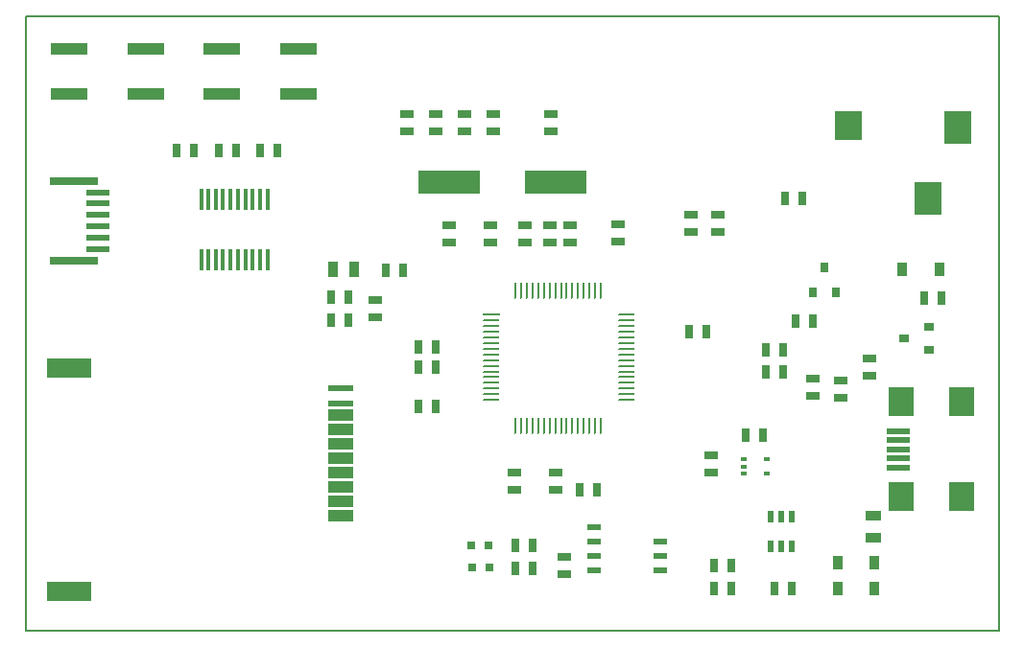
<source format=gtp>
G04 (created by PCBNEW-RS274X (2011-06-08)-testing) date Di 21 Jun 2011 15:46:39 CEST*
G01*
G70*
G90*
%MOIN*%
G04 Gerber Fmt 3.4, Leading zero omitted, Abs format*
%FSLAX34Y34*%
G04 APERTURE LIST*
%ADD10C,0.006000*%
%ADD11C,0.008000*%
%ADD12R,0.078700X0.023600*%
%ADD13R,0.165400X0.027600*%
%ADD14R,0.094500X0.116100*%
%ADD15R,0.094500X0.104300*%
%ADD16R,0.031400X0.031400*%
%ADD17R,0.216500X0.078700*%
%ADD18R,0.045000X0.025000*%
%ADD19R,0.025000X0.045000*%
%ADD20R,0.035000X0.055000*%
%ADD21R,0.055000X0.035000*%
%ADD22R,0.035800X0.048000*%
%ADD23R,0.047200X0.023600*%
%ADD24R,0.060000X0.009800*%
%ADD25O,0.060000X0.009800*%
%ADD26O,0.009800X0.060000*%
%ADD27R,0.031500X0.035400*%
%ADD28R,0.035400X0.031500*%
%ADD29R,0.126000X0.039400*%
%ADD30R,0.078700X0.019700*%
%ADD31R,0.086600X0.098400*%
%ADD32R,0.090600X0.039400*%
%ADD33R,0.090600X0.019700*%
%ADD34R,0.157500X0.066900*%
%ADD35R,0.016000X0.074800*%
%ADD36R,0.020000X0.012000*%
%ADD37R,0.023600X0.043300*%
G04 APERTURE END LIST*
G54D10*
G54D11*
X14450Y-56300D02*
X14450Y-34950D01*
X48250Y-56300D02*
X14450Y-56300D01*
X48250Y-34950D02*
X48250Y-56300D01*
X15250Y-34950D02*
X48250Y-34950D01*
X14450Y-34950D02*
X15250Y-34950D01*
G54D12*
X16947Y-41066D03*
X16947Y-41459D03*
X16947Y-41853D03*
X16947Y-42247D03*
X16947Y-42641D03*
X16947Y-43034D03*
G54D13*
X16120Y-40672D03*
X16120Y-43428D03*
G54D14*
X46843Y-38811D03*
X45780Y-41281D03*
G54D15*
X43024Y-38752D03*
G54D16*
X30521Y-53337D03*
X29931Y-53337D03*
X30548Y-54115D03*
X29958Y-54115D03*
G54D17*
X32850Y-40700D03*
X29150Y-40700D03*
G54D18*
X33178Y-53736D03*
X33178Y-54336D03*
G54D19*
X33687Y-51400D03*
X34287Y-51400D03*
X41795Y-45537D03*
X41195Y-45537D03*
X32050Y-53350D03*
X31450Y-53350D03*
X32050Y-54150D03*
X31450Y-54150D03*
X40842Y-41267D03*
X41442Y-41267D03*
X25050Y-44700D03*
X25650Y-44700D03*
X40150Y-46550D03*
X40750Y-46550D03*
X40150Y-47300D03*
X40750Y-47300D03*
G54D18*
X32700Y-38350D03*
X32700Y-38950D03*
X30700Y-38350D03*
X30700Y-38950D03*
X29700Y-38350D03*
X29700Y-38950D03*
X28700Y-38350D03*
X28700Y-38950D03*
X27700Y-38350D03*
X27700Y-38950D03*
X42750Y-48200D03*
X42750Y-47600D03*
X43750Y-47450D03*
X43750Y-46850D03*
G54D19*
X46250Y-44750D03*
X45650Y-44750D03*
X27551Y-43763D03*
X26951Y-43763D03*
X38350Y-54050D03*
X38950Y-54050D03*
X38348Y-54857D03*
X38948Y-54857D03*
G54D18*
X35015Y-42785D03*
X35015Y-42185D03*
X32850Y-50800D03*
X32850Y-51400D03*
X29150Y-42200D03*
X29150Y-42800D03*
X31800Y-42800D03*
X31800Y-42200D03*
G54D19*
X28700Y-48500D03*
X28100Y-48500D03*
G54D18*
X30600Y-42800D03*
X30600Y-42200D03*
G54D19*
X41050Y-54850D03*
X40450Y-54850D03*
G54D18*
X38500Y-42450D03*
X38500Y-41850D03*
G54D19*
X28700Y-47150D03*
X28100Y-47150D03*
G54D18*
X37550Y-42450D03*
X37550Y-41850D03*
G54D19*
X25650Y-45500D03*
X25050Y-45500D03*
G54D18*
X33350Y-42800D03*
X33350Y-42200D03*
G54D19*
X37500Y-45900D03*
X38100Y-45900D03*
G54D18*
X26600Y-45400D03*
X26600Y-44800D03*
X41800Y-48150D03*
X41800Y-47550D03*
X31420Y-50809D03*
X31420Y-51409D03*
X32647Y-42804D03*
X32647Y-42204D03*
G54D19*
X28700Y-46450D03*
X28100Y-46450D03*
G54D20*
X25870Y-43753D03*
X25120Y-43753D03*
G54D21*
X43900Y-52325D03*
X43900Y-53075D03*
G54D22*
X42655Y-54850D03*
X43945Y-54850D03*
X42655Y-53950D03*
X43945Y-53950D03*
X44905Y-43750D03*
X46195Y-43750D03*
G54D23*
X36483Y-54212D03*
X36483Y-53712D03*
X36483Y-53212D03*
X34199Y-52712D03*
X34199Y-53212D03*
X34199Y-53712D03*
X34199Y-54212D03*
G54D24*
X30639Y-45324D03*
G54D25*
X30639Y-45521D03*
X30639Y-45718D03*
X30639Y-45915D03*
X30639Y-46112D03*
X30639Y-46308D03*
X30639Y-46505D03*
X30639Y-46702D03*
X30639Y-46899D03*
X30639Y-47096D03*
X30639Y-47293D03*
X30639Y-47489D03*
X30639Y-47686D03*
X30639Y-47883D03*
X30639Y-48080D03*
X30639Y-48277D03*
G54D26*
X31474Y-49175D03*
X31671Y-49175D03*
X31868Y-49175D03*
X32065Y-49175D03*
X32262Y-49175D03*
X32458Y-49175D03*
X32655Y-49175D03*
X32852Y-49175D03*
X33049Y-49175D03*
X33246Y-49175D03*
X33443Y-49175D03*
X33639Y-49175D03*
X33836Y-49175D03*
X34033Y-49175D03*
X34230Y-49175D03*
X34427Y-49175D03*
G54D25*
X35325Y-48277D03*
X35325Y-48080D03*
X35325Y-47883D03*
X35325Y-47686D03*
X35325Y-47489D03*
X35325Y-47293D03*
X35325Y-47096D03*
X35325Y-46899D03*
X35325Y-46702D03*
X35325Y-46505D03*
X35325Y-46308D03*
X35325Y-46112D03*
X35325Y-45915D03*
X35325Y-45718D03*
X35325Y-45521D03*
X35325Y-45324D03*
G54D26*
X34427Y-44489D03*
X34230Y-44489D03*
X33836Y-44489D03*
X34033Y-44482D03*
X33639Y-44489D03*
X33443Y-44489D03*
X33246Y-44489D03*
X33049Y-44489D03*
X32852Y-44489D03*
X32655Y-44489D03*
X32461Y-44489D03*
X32264Y-44489D03*
X32067Y-44489D03*
X31870Y-44489D03*
X31674Y-44489D03*
X31477Y-44489D03*
G54D27*
X41806Y-44533D03*
X42594Y-44533D03*
X42200Y-43667D03*
G54D28*
X45833Y-46544D03*
X45833Y-45756D03*
X44967Y-46150D03*
G54D29*
X18639Y-36063D03*
X18639Y-37637D03*
X15961Y-37637D03*
X15961Y-36063D03*
X23939Y-36063D03*
X23939Y-37637D03*
X21261Y-37637D03*
X21261Y-36063D03*
G54D30*
X44764Y-50315D03*
X44764Y-50000D03*
X44764Y-49685D03*
X44764Y-49370D03*
X44764Y-50630D03*
G54D31*
X44863Y-51654D03*
X44863Y-48346D03*
X46949Y-51654D03*
X46949Y-48346D03*
G54D32*
X25403Y-52294D03*
X25403Y-51794D03*
X25403Y-50794D03*
X25403Y-51294D03*
X25403Y-50294D03*
X25403Y-49794D03*
X25403Y-49294D03*
X25403Y-48794D03*
G54D33*
X25403Y-48400D03*
X25403Y-47889D03*
G54D34*
X15954Y-47172D03*
X15954Y-54928D03*
G54D35*
X22850Y-41300D03*
X22600Y-41300D03*
X22340Y-41300D03*
X22080Y-41300D03*
X21830Y-41300D03*
X21570Y-41300D03*
X21310Y-41300D03*
X21060Y-41300D03*
X20800Y-41300D03*
X20550Y-41300D03*
X20550Y-43400D03*
X20800Y-43400D03*
X21060Y-43400D03*
X21310Y-43400D03*
X21570Y-43400D03*
X21830Y-43400D03*
X22080Y-43400D03*
X22340Y-43400D03*
X22600Y-43400D03*
X22850Y-43400D03*
G54D19*
X40050Y-49500D03*
X39450Y-49500D03*
X23200Y-39600D03*
X22600Y-39600D03*
X21150Y-39600D03*
X21750Y-39600D03*
X19700Y-39600D03*
X20300Y-39600D03*
G54D18*
X38250Y-50200D03*
X38250Y-50800D03*
G54D36*
X39400Y-50350D03*
X39400Y-50850D03*
X40200Y-50350D03*
X39400Y-50600D03*
X40200Y-50850D03*
G54D37*
X40326Y-53362D03*
X40700Y-53362D03*
X41074Y-53362D03*
X40326Y-52338D03*
X40700Y-52338D03*
X41074Y-52338D03*
M02*

</source>
